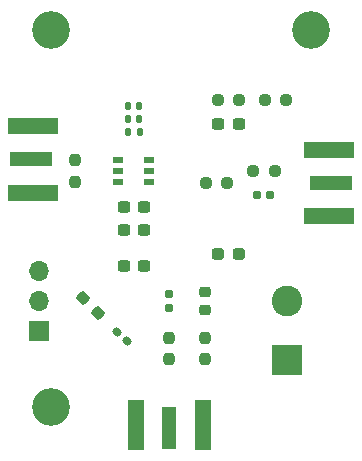
<source format=gbr>
%TF.GenerationSoftware,KiCad,Pcbnew,8.0.2*%
%TF.CreationDate,2025-01-11T01:11:34-03:00*%
%TF.ProjectId,LTC6268-10,4c544336-3236-4382-9d31-302e6b696361,rev?*%
%TF.SameCoordinates,Original*%
%TF.FileFunction,Soldermask,Top*%
%TF.FilePolarity,Negative*%
%FSLAX46Y46*%
G04 Gerber Fmt 4.6, Leading zero omitted, Abs format (unit mm)*
G04 Created by KiCad (PCBNEW 8.0.2) date 2025-01-11 01:11:34*
%MOMM*%
%LPD*%
G01*
G04 APERTURE LIST*
G04 Aperture macros list*
%AMRoundRect*
0 Rectangle with rounded corners*
0 $1 Rounding radius*
0 $2 $3 $4 $5 $6 $7 $8 $9 X,Y pos of 4 corners*
0 Add a 4 corners polygon primitive as box body*
4,1,4,$2,$3,$4,$5,$6,$7,$8,$9,$2,$3,0*
0 Add four circle primitives for the rounded corners*
1,1,$1+$1,$2,$3*
1,1,$1+$1,$4,$5*
1,1,$1+$1,$6,$7*
1,1,$1+$1,$8,$9*
0 Add four rect primitives between the rounded corners*
20,1,$1+$1,$2,$3,$4,$5,0*
20,1,$1+$1,$4,$5,$6,$7,0*
20,1,$1+$1,$6,$7,$8,$9,0*
20,1,$1+$1,$8,$9,$2,$3,0*%
G04 Aperture macros list end*
%ADD10R,3.600000X1.270000*%
%ADD11R,4.200000X1.350000*%
%ADD12RoundRect,0.237500X-0.250000X-0.237500X0.250000X-0.237500X0.250000X0.237500X-0.250000X0.237500X0*%
%ADD13RoundRect,0.237500X-0.300000X-0.237500X0.300000X-0.237500X0.300000X0.237500X-0.300000X0.237500X0*%
%ADD14R,2.600000X2.600000*%
%ADD15C,2.600000*%
%ADD16C,3.200000*%
%ADD17RoundRect,0.237500X0.250000X0.237500X-0.250000X0.237500X-0.250000X-0.237500X0.250000X-0.237500X0*%
%ADD18R,0.870699X0.507200*%
%ADD19RoundRect,0.237500X0.287500X0.237500X-0.287500X0.237500X-0.287500X-0.237500X0.287500X-0.237500X0*%
%ADD20RoundRect,0.155000X-0.212500X-0.155000X0.212500X-0.155000X0.212500X0.155000X-0.212500X0.155000X0*%
%ADD21RoundRect,0.155000X0.259862X-0.040659X-0.040659X0.259862X-0.259862X0.040659X0.040659X-0.259862X0*%
%ADD22R,1.270000X3.600000*%
%ADD23R,1.350000X4.200000*%
%ADD24RoundRect,0.155000X0.155000X-0.212500X0.155000X0.212500X-0.155000X0.212500X-0.155000X-0.212500X0*%
%ADD25RoundRect,0.218750X0.256250X-0.218750X0.256250X0.218750X-0.256250X0.218750X-0.256250X-0.218750X0*%
%ADD26RoundRect,0.140000X-0.140000X-0.170000X0.140000X-0.170000X0.140000X0.170000X-0.140000X0.170000X0*%
%ADD27RoundRect,0.237500X0.344715X-0.008839X-0.008839X0.344715X-0.344715X0.008839X0.008839X-0.344715X0*%
%ADD28RoundRect,0.237500X0.237500X-0.250000X0.237500X0.250000X-0.237500X0.250000X-0.237500X-0.250000X0*%
%ADD29RoundRect,0.237500X-0.237500X0.250000X-0.237500X-0.250000X0.237500X-0.250000X0.237500X0.250000X0*%
%ADD30RoundRect,0.135000X-0.135000X-0.185000X0.135000X-0.185000X0.135000X0.185000X-0.135000X0.185000X0*%
%ADD31R,1.700000X1.700000*%
%ADD32O,1.700000X1.700000*%
%ADD33RoundRect,0.237500X0.300000X0.237500X-0.300000X0.237500X-0.300000X-0.237500X0.300000X-0.237500X0*%
G04 APERTURE END LIST*
D10*
%TO.C,J4*%
X134620001Y-70000000D03*
D11*
X134420001Y-72825000D03*
X134420001Y-67175000D03*
%TD*%
D12*
%TO.C,R7*%
X128007501Y-69000000D03*
X129832501Y-69000000D03*
%TD*%
D13*
%TO.C,C4*%
X117057501Y-74000000D03*
X118782501Y-74000000D03*
%TD*%
D14*
%TO.C,J2*%
X130920001Y-85000000D03*
D15*
X130920001Y-80000000D03*
%TD*%
D16*
%TO.C,H2*%
X110920001Y-89000000D03*
%TD*%
D17*
%TO.C,R3*%
X130832501Y-63000000D03*
X129007501Y-63000000D03*
%TD*%
D18*
%TO.C,U1*%
X119231652Y-69950001D03*
X119231652Y-69000000D03*
X119231652Y-68049999D03*
X116608350Y-68049999D03*
X116608350Y-69000000D03*
X116608350Y-69950001D03*
%TD*%
D19*
%TO.C,L1*%
X126795001Y-76000000D03*
X125045001Y-76000000D03*
%TD*%
D13*
%TO.C,C5*%
X117057501Y-72000000D03*
X118782501Y-72000000D03*
%TD*%
D20*
%TO.C,C7*%
X128352501Y-71000000D03*
X129487501Y-71000000D03*
%TD*%
D10*
%TO.C,J1*%
X109220001Y-68000000D03*
D11*
X109420001Y-65175000D03*
X109420001Y-70825000D03*
%TD*%
D21*
%TO.C,C3*%
X117321284Y-83401283D03*
X116518718Y-82598717D03*
%TD*%
D16*
%TO.C,H1*%
X132920001Y-57000000D03*
%TD*%
D22*
%TO.C,J3*%
X120920001Y-90700000D03*
D23*
X118095001Y-90500000D03*
X123745001Y-90500000D03*
%TD*%
D24*
%TO.C,C1*%
X120920001Y-80567500D03*
X120920001Y-79432500D03*
%TD*%
D25*
%TO.C,D1*%
X123920001Y-80787500D03*
X123920001Y-79212500D03*
%TD*%
D26*
%TO.C,Cf2*%
X117440001Y-63500000D03*
X118400001Y-63500000D03*
%TD*%
D13*
%TO.C,C2*%
X117057501Y-77000000D03*
X118782501Y-77000000D03*
%TD*%
D12*
%TO.C,R6*%
X124007501Y-70000000D03*
X125832501Y-70000000D03*
%TD*%
D16*
%TO.C,H3*%
X110920001Y-57000000D03*
%TD*%
D27*
%TO.C,R2*%
X114920001Y-81000000D03*
X113629531Y-79709530D03*
%TD*%
D28*
%TO.C,JP1*%
X112920001Y-69912500D03*
X112920001Y-68087500D03*
%TD*%
D29*
%TO.C,R5*%
X123920001Y-83087500D03*
X123920001Y-84912500D03*
%TD*%
D17*
%TO.C,R4*%
X126832501Y-63000000D03*
X125007501Y-63000000D03*
%TD*%
D30*
%TO.C,Rf1*%
X117410001Y-65700000D03*
X118430001Y-65700000D03*
%TD*%
D31*
%TO.C,SD_L1*%
X109920001Y-82540000D03*
D32*
X109920001Y-80000000D03*
X109920001Y-77460000D03*
%TD*%
D28*
%TO.C,R1*%
X120920001Y-84912500D03*
X120920001Y-83087500D03*
%TD*%
D33*
%TO.C,C6*%
X126782501Y-65000000D03*
X125057501Y-65000000D03*
%TD*%
D26*
%TO.C,Cf1*%
X117440001Y-64600000D03*
X118400001Y-64600000D03*
%TD*%
M02*

</source>
